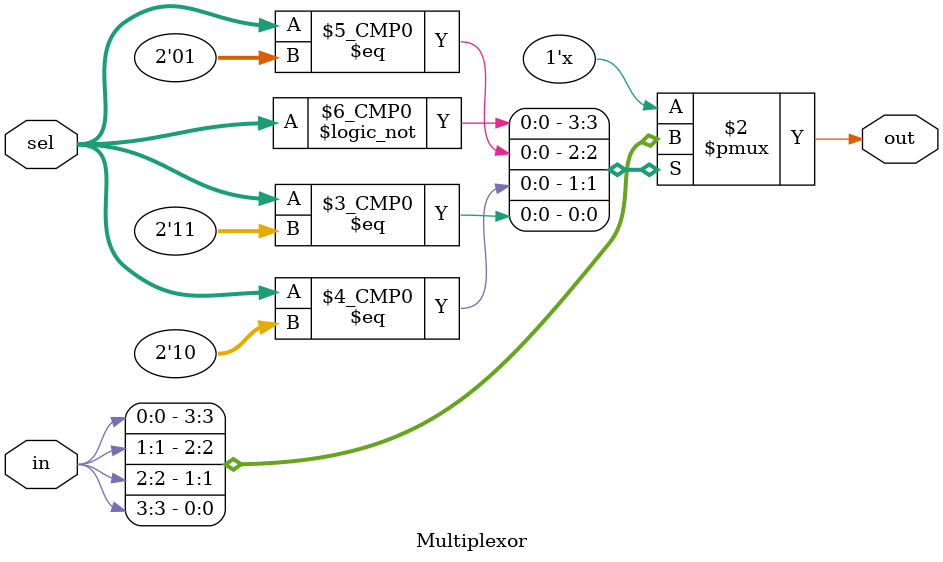
<source format=v>
module Multiplexor(
input [3:0] in, 
input [1:0] sel,
output reg out
);

always @(*)
	begin
		case(sel)
			0:
			begin
				out = in[0];
			end
			1:
			begin
				out = in[1];
			end
			2:
			begin
				out = in[2];
			end
			3:
			begin
				out = in[3];
			end
			default:
				out = 0;
		endcase
	end
endmodule
</source>
